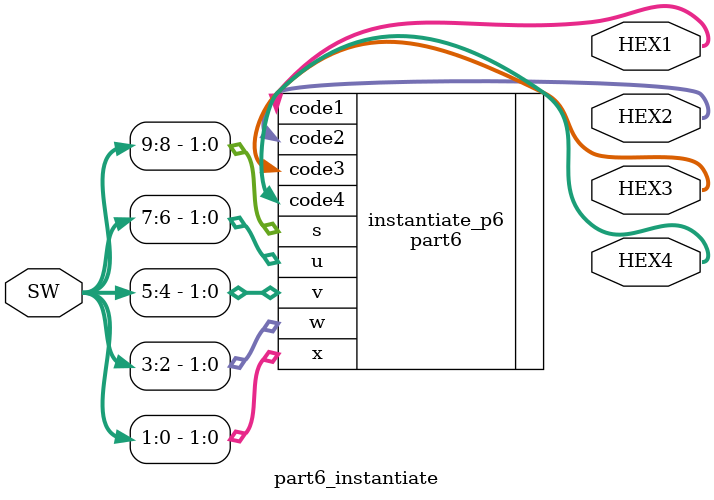
<source format=v>
module part6_instantiate(SW,HEX1,HEX2, HEX3, HEX4);
 
	input[9:0] SW ;
	output [6:0] HEX1, HEX2, HEX3, HEX4;
	part6 instantiate_p6 (.s(SW[9:8]),.u(SW[7:6]),.v(SW[5:4]),.w(SW[3:2]),.x(SW[1:0]),
							.code1(HEX1),
							.code2(HEX2),
							.code3(HEX3),
							.code4(HEX4)
							); 
endmodule
</source>
